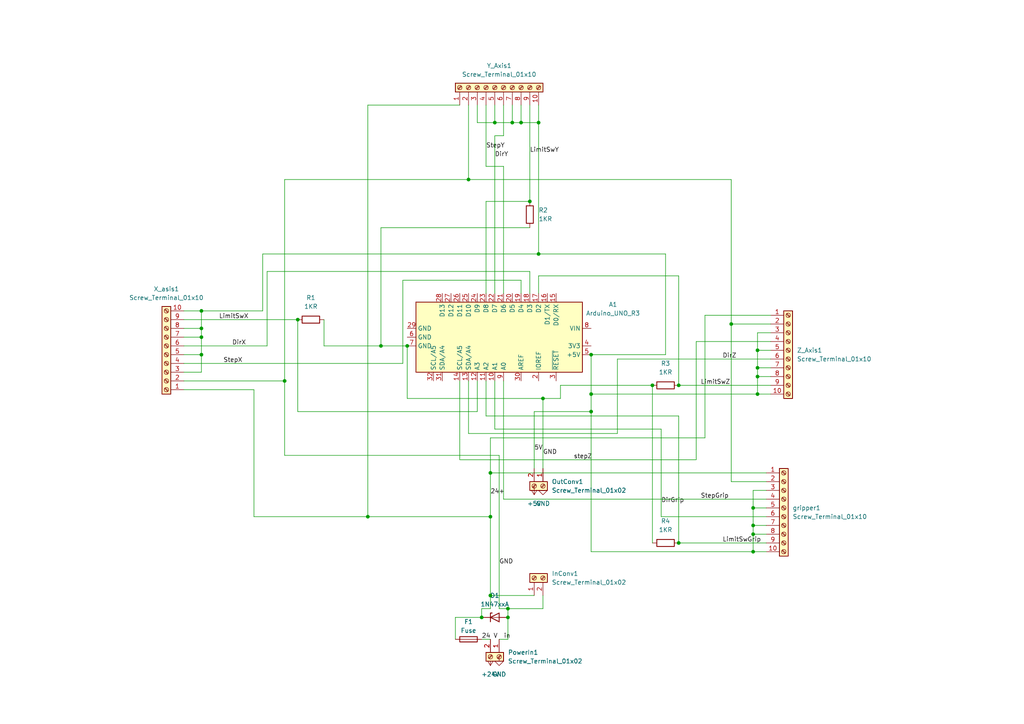
<source format=kicad_sch>
(kicad_sch (version 20230121) (generator eeschema)
  (paper "A4")
  (lib_symbols
    (symbol "Connector:Screw_Terminal_01x02" (pin_names (offset 1.016) hide)
      (property "Reference" "J" (at 0 2.54 0))
      (property "Value" "Screw_Terminal_01x02" (at 0 -5.08 0))
      (symbol "Screw_Terminal_01x02_1_1"
        (rectangle (start -1.27 1.27) (end 1.27 -3.81) (stroke (width 0.254)) (fill (type background)))
        (circle (center 0 -2.54) (radius 0.635) (stroke (width 0.1524)))
        (polyline (pts (xy -0.5334 -2.2098) (xy 0.3302 -3.048)) (stroke (width 0.1524)))
        (polyline (pts (xy -0.5334 0.3302) (xy 0.3302 -0.508)) (stroke (width 0.1524)))
        (polyline (pts (xy -0.3556 -2.032) (xy 0.508 -2.8702)) (stroke (width 0.1524)))
        (polyline (pts (xy -0.3556 0.508) (xy 0.508 -0.3302)) (stroke (width 0.1524)))
        (circle (center 0 0) (radius 0.635) (stroke (width 0.1524)))
        (pin passive line (at -5.08 0 0) (length 3.81) (name "Pin_1") (number "1"))
        (pin passive line (at -5.08 -2.54 0) (length 3.81) (name "Pin_2") (number "2"))
      )
    )
    (symbol "Connector:Screw_Terminal_01x10" (pin_names (offset 1.016) hide)
      (property "Reference" "J" (at 0 12.7 0))
      (property "Value" "Screw_Terminal_01x10" (at 0 -15.24 0))
      (symbol "Screw_Terminal_01x10_1_1"
        (rectangle (start -1.27 11.43) (end 1.27 -13.97) (stroke (width 0.254)) (fill (type background)))
        (circle (center 0 -12.7) (radius 0.635) (stroke (width 0.1524)))
        (circle (center 0 -10.16) (radius 0.635) (stroke (width 0.1524)))
        (circle (center 0 -7.62) (radius 0.635) (stroke (width 0.1524)))
        (circle (center 0 -5.08) (radius 0.635) (stroke (width 0.1524)))
        (circle (center 0 -2.54) (radius 0.635) (stroke (width 0.1524)))
        (polyline (pts (xy -0.5334 -12.3698) (xy 0.3302 -13.208)) (stroke (width 0.1524)))
        (polyline (pts (xy -0.5334 -9.8298) (xy 0.3302 -10.668)) (stroke (width 0.1524)))
        (polyline (pts (xy -0.5334 -7.2898) (xy 0.3302 -8.128)) (stroke (width 0.1524)))
        (polyline (pts (xy -0.5334 -4.7498) (xy 0.3302 -5.588)) (stroke (width 0.1524)))
        (polyline (pts (xy -0.5334 -2.2098) (xy 0.3302 -3.048)) (stroke (width 0.1524)))
        (polyline (pts (xy -0.5334 0.3302) (xy 0.3302 -0.508)) (stroke (width 0.1524)))
        (polyline (pts (xy -0.5334 2.8702) (xy 0.3302 2.032)) (stroke (width 0.1524)))
        (polyline (pts (xy -0.5334 5.4102) (xy 0.3302 4.572)) (stroke (width 0.1524)))
        (polyline (pts (xy -0.5334 7.9502) (xy 0.3302 7.112)) (stroke (width 0.1524)))
        (polyline (pts (xy -0.5334 10.4902) (xy 0.3302 9.652)) (stroke (width 0.1524)))
        (polyline (pts (xy -0.3556 -12.192) (xy 0.508 -13.0302)) (stroke (width 0.1524)))
        (polyline (pts (xy -0.3556 -9.652) (xy 0.508 -10.4902)) (stroke (width 0.1524)))
        (polyline (pts (xy -0.3556 -7.112) (xy 0.508 -7.9502)) (stroke (width 0.1524)))
        (polyline (pts (xy -0.3556 -4.572) (xy 0.508 -5.4102)) (stroke (width 0.1524)))
        (polyline (pts (xy -0.3556 -2.032) (xy 0.508 -2.8702)) (stroke (width 0.1524)))
        (polyline (pts (xy -0.3556 0.508) (xy 0.508 -0.3302)) (stroke (width 0.1524)))
        (polyline (pts (xy -0.3556 3.048) (xy 0.508 2.2098)) (stroke (width 0.1524)))
        (polyline (pts (xy -0.3556 5.588) (xy 0.508 4.7498)) (stroke (width 0.1524)))
        (polyline (pts (xy -0.3556 8.128) (xy 0.508 7.2898)) (stroke (width 0.1524)))
        (polyline (pts (xy -0.3556 10.668) (xy 0.508 9.8298)) (stroke (width 0.1524)))
        (circle (center 0 0) (radius 0.635) (stroke (width 0.1524)))
        (circle (center 0 2.54) (radius 0.635) (stroke (width 0.1524)))
        (circle (center 0 5.08) (radius 0.635) (stroke (width 0.1524)))
        (circle (center 0 7.62) (radius 0.635) (stroke (width 0.1524)))
        (circle (center 0 10.16) (radius 0.635) (stroke (width 0.1524)))
        (pin passive line (at -5.08 10.16 0) (length 3.81) (name "Pin_1") (number "1"))
        (pin passive line (at -5.08 -12.7 0) (length 3.81) (name "Pin_10") (number "10"))
        (pin passive line (at -5.08 7.62 0) (length 3.81) (name "Pin_2") (number "2"))
        (pin passive line (at -5.08 5.08 0) (length 3.81) (name "Pin_3") (number "3"))
        (pin passive line (at -5.08 2.54 0) (length 3.81) (name "Pin_4") (number "4"))
        (pin passive line (at -5.08 0 0) (length 3.81) (name "Pin_5") (number "5"))
        (pin passive line (at -5.08 -2.54 0) (length 3.81) (name "Pin_6") (number "6"))
        (pin passive line (at -5.08 -5.08 0) (length 3.81) (name "Pin_7") (number "7"))
        (pin passive line (at -5.08 -7.62 0) (length 3.81) (name "Pin_8") (number "8"))
        (pin passive line (at -5.08 -10.16 0) (length 3.81) (name "Pin_9") (number "9"))
      )
    )
    (symbol "Device:Fuse" (pin_numbers hide) (pin_names (offset 0))
      (property "Reference" "F" (at 2.032 0 90))
      (property "Value" "Fuse" (at -1.905 0 90))
      (symbol "Fuse_0_1"
        (rectangle (start -0.762 -2.54) (end 0.762 2.54) (stroke (width 0.254)))
        (polyline (pts (xy 0 2.54) (xy 0 -2.54)))
      )
      (symbol "Fuse_1_1"
        (pin passive line (at 0 3.81 270) (length 1.27) (name "~") (number "1"))
        (pin passive line (at 0 -3.81 90) (length 1.27) (name "~") (number "2"))
      )
    )
    (symbol "Device:R" (pin_numbers hide) (pin_names (offset 0))
      (property "Reference" "R" (at 2.032 0 90))
      (property "Value" "R" (at 0 0 90))
      (symbol "R_0_1"
        (rectangle (start -1.016 -2.54) (end 1.016 2.54) (stroke (width 0.254)))
      )
      (symbol "R_1_1"
        (pin passive line (at 0 3.81 270) (length 1.27) (name "~") (number "1"))
        (pin passive line (at 0 -3.81 90) (length 1.27) (name "~") (number "2"))
      )
    )
    (symbol "Diode:1N47xxA" (pin_numbers hide) (pin_names hide)
      (property "Reference" "D" (at 0 2.54 0))
      (property "Value" "1N47xxA" (at 0 -2.54 0))
      (symbol "1N47xxA_0_1"
        (polyline (pts (xy 1.27 0) (xy -1.27 0)))
        (polyline (pts (xy -1.27 -1.27) (xy -1.27 1.27) (xy -0.762 1.27)) (stroke (width 0.254)))
        (polyline (pts (xy 1.27 -1.27) (xy 1.27 1.27) (xy -1.27 0) (xy 1.27 -1.27)) (stroke (width 0.254)))
      )
      (symbol "1N47xxA_1_1"
        (pin passive line (at -3.81 0 0) (length 2.54) (name "K") (number "1"))
        (pin passive line (at 3.81 0 180) (length 2.54) (name "A") (number "2"))
      )
    )
    (symbol "MCU_Module:Arduino_UNO_R3"
      (property "Reference" "A" (at -10.16 23.495 0))
      (property "Value" "Arduino_UNO_R3" (at 5.08 -26.67 0))
      (symbol "Arduino_UNO_R3_0_1"
        (rectangle (start -10.16 22.86) (end 10.16 -25.4) (stroke (width 0.254)) (fill (type background)))
      )
      (symbol "Arduino_UNO_R3_1_1"
        (pin no_connect line (at -10.16 -20.32 0) (length 2.54) hide (name "NC") (number "1"))
        (pin bidirectional line (at 12.7 -2.54 180) (length 2.54) (name "A1") (number "10"))
        (pin bidirectional line (at 12.7 -5.08 180) (length 2.54) (name "A2") (number "11"))
        (pin bidirectional line (at 12.7 -7.62 180) (length 2.54) (name "A3") (number "12"))
        (pin bidirectional line (at 12.7 -10.16 180) (length 2.54) (name "SDA/A4") (number "13"))
        (pin bidirectional line (at 12.7 -12.7 180) (length 2.54) (name "SCL/A5") (number "14"))
        (pin bidirectional line (at -12.7 15.24 0) (length 2.54) (name "D0/RX") (number "15"))
        (pin bidirectional line (at -12.7 12.7 0) (length 2.54) (name "D1/TX") (number "16"))
        (pin bidirectional line (at -12.7 10.16 0) (length 2.54) (name "D2") (number "17"))
        (pin bidirectional line (at -12.7 7.62 0) (length 2.54) (name "D3") (number "18"))
        (pin bidirectional line (at -12.7 5.08 0) (length 2.54) (name "D4") (number "19"))
        (pin output line (at 12.7 10.16 180) (length 2.54) (name "IOREF") (number "2"))
        (pin bidirectional line (at -12.7 2.54 0) (length 2.54) (name "D5") (number "20"))
        (pin bidirectional line (at -12.7 0 0) (length 2.54) (name "D6") (number "21"))
        (pin bidirectional line (at -12.7 -2.54 0) (length 2.54) (name "D7") (number "22"))
        (pin bidirectional line (at -12.7 -5.08 0) (length 2.54) (name "D8") (number "23"))
        (pin bidirectional line (at -12.7 -7.62 0) (length 2.54) (name "D9") (number "24"))
        (pin bidirectional line (at -12.7 -10.16 0) (length 2.54) (name "D10") (number "25"))
        (pin bidirectional line (at -12.7 -12.7 0) (length 2.54) (name "D11") (number "26"))
        (pin bidirectional line (at -12.7 -15.24 0) (length 2.54) (name "D12") (number "27"))
        (pin bidirectional line (at -12.7 -17.78 0) (length 2.54) (name "D13") (number "28"))
        (pin power_in line (at -2.54 -27.94 90) (length 2.54) (name "GND") (number "29"))
        (pin input line (at 12.7 15.24 180) (length 2.54) (name "~{RESET}") (number "3"))
        (pin input line (at 12.7 5.08 180) (length 2.54) (name "AREF") (number "30"))
        (pin bidirectional line (at 12.7 -17.78 180) (length 2.54) (name "SDA/A4") (number "31"))
        (pin bidirectional line (at 12.7 -20.32 180) (length 2.54) (name "SCL/A5") (number "32"))
        (pin power_out line (at 2.54 25.4 270) (length 2.54) (name "3V3") (number "4"))
        (pin power_out line (at 5.08 25.4 270) (length 2.54) (name "+5V") (number "5"))
        (pin power_in line (at 0 -27.94 90) (length 2.54) (name "GND") (number "6"))
        (pin power_in line (at 2.54 -27.94 90) (length 2.54) (name "GND") (number "7"))
        (pin power_in line (at -2.54 25.4 270) (length 2.54) (name "VIN") (number "8"))
        (pin bidirectional line (at 12.7 0 180) (length 2.54) (name "A0") (number "9"))
      )
    )
    (symbol "power:+24V" (power) (pin_names (offset 0))
      (property "Value" "+24V" (at 0 3.556 0))
      (symbol "+24V_0_1"
        (polyline (pts (xy -0.762 1.27) (xy 0 2.54)))
        (polyline (pts (xy 0 0) (xy 0 2.54)))
        (polyline (pts (xy 0 2.54) (xy 0.762 1.27)))
      )
      (symbol "+24V_1_1"
        (pin power_in line (at 0 0 90) (length 0) hide (name "+24V") (number "1"))
      )
    )
    (symbol "power:+5V" (power) (pin_names (offset 0))
      (property "Value" "+5V" (at 0 3.556 0))
      (symbol "+5V_0_1"
        (polyline (pts (xy -0.762 1.27) (xy 0 2.54)))
        (polyline (pts (xy 0 0) (xy 0 2.54)))
        (polyline (pts (xy 0 2.54) (xy 0.762 1.27)))
      )
      (symbol "+5V_1_1"
        (pin power_in line (at 0 0 90) (length 0) hide (name "+5V") (number "1"))
      )
    )
    (symbol "power:GND" (power) (pin_names (offset 0))
      (property "Value" "GND" (at 0 -3.81 0))
      (symbol "GND_0_1"
        (polyline (pts (xy 0 0) (xy 0 -1.27) (xy 1.27 -1.27) (xy 0 -2.54) (xy -1.27 -1.27) (xy 0 -1.27)))
      )
      (symbol "GND_1_1"
        (pin power_in line (at 0 0 270) (length 0) hide (name "GND") (number "1"))
      )
    )
  )
  (junction (at 86.36 92.71))
  (junction (at 218.44 152.4))
  (junction (at 139.7 179.07))
  (junction (at 142.24 172.72))
  (junction (at 218.44 147.32))
  (junction (at 196.85 111.76))
  (junction (at 142.24 137.16))
  (junction (at 106.68 149.86))
  (junction (at 58.42 102.87))
  (junction (at 156.21 73.66))
  (junction (at 157.48 115.57))
  (junction (at 58.42 97.79))
  (junction (at 219.71 106.68))
  (junction (at 171.45 114.3))
  (junction (at 148.59 35.56))
  (junction (at 218.44 154.94))
  (junction (at 147.32 179.07))
  (junction (at 171.45 102.87))
  (junction (at 58.42 90.17))
  (junction (at 219.71 101.6))
  (junction (at 110.49 100.33))
  (junction (at 58.42 95.25))
  (junction (at 143.51 35.56))
  (junction (at 171.45 119.38))
  (junction (at 196.85 157.48))
  (junction (at 135.89 52.07))
  (junction (at 189.23 111.76))
  (junction (at 142.24 149.86))
  (junction (at 147.32 176.53))
  (junction (at 218.44 160.02))
  (junction (at 219.71 109.22))
  (junction (at 153.67 58.42))
  (junction (at 212.09 93.98))
  (junction (at 118.11 100.33))
  (junction (at 151.13 35.56))
  (junction (at 219.71 114.3))
  (junction (at 82.55 110.49))
  (junction (at 156.21 35.56))
  (wire (pts (xy 132.08 185.42) (xy 132.08 179.07)))
  (wire (pts (xy 193.04 102.87) (xy 171.45 102.87)))
  (wire (pts (xy 219.71 114.3) (xy 219.71 109.22)))
  (wire (pts (xy 201.93 99.06) (xy 201.93 133.35)))
  (wire (pts (xy 156.21 30.48) (xy 156.21 35.56)))
  (wire (pts (xy 143.51 39.37) (xy 146.05 39.37)))
  (wire (pts (xy 156.21 80.01) (xy 156.21 85.09)))
  (wire (pts (xy 218.44 154.94) (xy 218.44 152.4)))
  (wire (pts (xy 142.24 172.72) (xy 142.24 176.53)))
  (wire (pts (xy 77.47 78.74) (xy 77.47 100.33)))
  (wire (pts (xy 147.32 185.42) (xy 147.32 179.07)))
  (wire (pts (xy 201.93 99.06) (xy 223.52 99.06)))
  (wire (pts (xy 156.21 35.56) (xy 151.13 35.56)))
  (wire (pts (xy 218.44 152.4) (xy 222.25 152.4)))
  (wire (pts (xy 189.23 111.76) (xy 189.23 157.48)))
  (wire (pts (xy 142.24 172.72) (xy 154.94 172.72)))
  (wire (pts (xy 153.67 30.48) (xy 153.67 58.42)))
  (wire (pts (xy 143.51 35.56) (xy 143.51 30.48)))
  (wire (pts (xy 222.25 149.86) (xy 191.77 149.86)))
  (wire (pts (xy 146.05 85.09) (xy 146.05 48.26)))
  (wire (pts (xy 162.56 115.57) (xy 157.48 115.57)))
  (wire (pts (xy 53.34 113.03) (xy 73.66 113.03)))
  (wire (pts (xy 86.36 92.71) (xy 86.36 119.38)))
  (wire (pts (xy 116.84 81.28) (xy 151.13 81.28)))
  (wire (pts (xy 142.24 127) (xy 204.47 127)))
  (wire (pts (xy 218.44 142.24) (xy 222.25 142.24)))
  (wire (pts (xy 146.05 48.26) (xy 140.97 48.26)))
  (wire (pts (xy 157.48 115.57) (xy 118.11 115.57)))
  (wire (pts (xy 93.98 100.33) (xy 110.49 100.33)))
  (wire (pts (xy 204.47 91.44) (xy 223.52 91.44)))
  (wire (pts (xy 139.7 179.07) (xy 139.7 176.53)))
  (wire (pts (xy 139.7 176.53) (xy 142.24 176.53)))
  (wire (pts (xy 82.55 52.07) (xy 135.89 52.07)))
  (wire (pts (xy 58.42 107.95) (xy 58.42 102.87)))
  (wire (pts (xy 212.09 139.7) (xy 222.25 139.7)))
  (wire (pts (xy 143.51 124.46) (xy 143.51 110.49)))
  (wire (pts (xy 218.44 147.32) (xy 222.25 147.32)))
  (wire (pts (xy 73.66 113.03) (xy 73.66 149.86)))
  (wire (pts (xy 53.34 90.17) (xy 58.42 90.17)))
  (wire (pts (xy 162.56 111.76) (xy 162.56 115.57)))
  (wire (pts (xy 219.71 96.52) (xy 223.52 96.52)))
  (wire (pts (xy 142.24 149.86) (xy 142.24 172.72)))
  (wire (pts (xy 82.55 52.07) (xy 82.55 110.49)))
  (wire (pts (xy 201.93 133.35) (xy 133.35 133.35)))
  (wire (pts (xy 143.51 85.09) (xy 143.51 39.37)))
  (wire (pts (xy 106.68 30.48) (xy 133.35 30.48)))
  (wire (pts (xy 76.2 90.17) (xy 76.2 73.66)))
  (wire (pts (xy 153.67 58.42) (xy 140.97 58.42)))
  (wire (pts (xy 171.45 114.3) (xy 219.71 114.3)))
  (wire (pts (xy 196.85 80.01) (xy 156.21 80.01)))
  (wire (pts (xy 219.71 109.22) (xy 219.71 106.68)))
  (wire (pts (xy 196.85 157.48) (xy 196.85 120.65)))
  (wire (pts (xy 212.09 93.98) (xy 212.09 139.7)))
  (wire (pts (xy 135.89 125.73) (xy 135.89 110.49)))
  (wire (pts (xy 219.71 109.22) (xy 223.52 109.22)))
  (wire (pts (xy 196.85 120.65) (xy 140.97 120.65)))
  (wire (pts (xy 73.66 149.86) (xy 106.68 149.86)))
  (wire (pts (xy 139.7 185.42) (xy 142.24 185.42)))
  (wire (pts (xy 223.52 104.14) (xy 179.07 104.14)))
  (wire (pts (xy 135.89 52.07) (xy 135.89 30.48)))
  (wire (pts (xy 151.13 35.56) (xy 148.59 35.56)))
  (wire (pts (xy 179.07 125.73) (xy 135.89 125.73)))
  (wire (pts (xy 222.25 144.78) (xy 146.05 144.78)))
  (wire (pts (xy 53.34 107.95) (xy 58.42 107.95)))
  (wire (pts (xy 77.47 78.74) (xy 153.67 78.74)))
  (wire (pts (xy 219.71 114.3) (xy 223.52 114.3)))
  (wire (pts (xy 144.78 132.08) (xy 144.78 176.53)))
  (wire (pts (xy 148.59 30.48) (xy 148.59 35.56)))
  (wire (pts (xy 218.44 160.02) (xy 218.44 154.94)))
  (wire (pts (xy 144.78 132.08) (xy 82.55 132.08)))
  (wire (pts (xy 157.48 115.57) (xy 157.48 135.89)))
  (wire (pts (xy 193.04 73.66) (xy 193.04 102.87)))
  (wire (pts (xy 53.34 97.79) (xy 58.42 97.79)))
  (wire (pts (xy 189.23 111.76) (xy 162.56 111.76)))
  (wire (pts (xy 196.85 157.48) (xy 222.25 157.48)))
  (wire (pts (xy 191.77 124.46) (xy 143.51 124.46)))
  (wire (pts (xy 151.13 35.56) (xy 151.13 30.48)))
  (wire (pts (xy 218.44 154.94) (xy 222.25 154.94)))
  (wire (pts (xy 196.85 111.76) (xy 223.52 111.76)))
  (wire (pts (xy 58.42 95.25) (xy 53.34 95.25)))
  (wire (pts (xy 212.09 93.98) (xy 223.52 93.98)))
  (wire (pts (xy 58.42 90.17) (xy 58.42 95.25)))
  (wire (pts (xy 156.21 35.56) (xy 156.21 73.66)))
  (wire (pts (xy 142.24 127) (xy 142.24 137.16)))
  (wire (pts (xy 156.21 73.66) (xy 193.04 73.66)))
  (wire (pts (xy 171.45 102.87) (xy 171.45 114.3)))
  (wire (pts (xy 219.71 101.6) (xy 223.52 101.6)))
  (wire (pts (xy 143.51 35.56) (xy 138.43 35.56)))
  (wire (pts (xy 82.55 132.08) (xy 82.55 110.49)))
  (wire (pts (xy 171.45 160.02) (xy 218.44 160.02)))
  (wire (pts (xy 133.35 133.35) (xy 133.35 110.49)))
  (wire (pts (xy 179.07 104.14) (xy 179.07 125.73)))
  (wire (pts (xy 144.78 176.53) (xy 147.32 176.53)))
  (wire (pts (xy 171.45 119.38) (xy 171.45 160.02)))
  (wire (pts (xy 53.34 105.41) (xy 116.84 105.41)))
  (wire (pts (xy 58.42 102.87) (xy 58.42 97.79)))
  (wire (pts (xy 219.71 101.6) (xy 219.71 96.52)))
  (wire (pts (xy 218.44 160.02) (xy 222.25 160.02)))
  (wire (pts (xy 116.84 105.41) (xy 116.84 81.28)))
  (wire (pts (xy 110.49 66.04) (xy 110.49 100.33)))
  (wire (pts (xy 93.98 92.71) (xy 93.98 100.33)))
  (wire (pts (xy 219.71 106.68) (xy 219.71 101.6)))
  (wire (pts (xy 53.34 100.33) (xy 77.47 100.33)))
  (wire (pts (xy 142.24 149.86) (xy 106.68 149.86)))
  (wire (pts (xy 140.97 58.42) (xy 140.97 85.09)))
  (wire (pts (xy 147.32 176.53) (xy 157.48 176.53)))
  (wire (pts (xy 144.78 185.42) (xy 147.32 185.42)))
  (wire (pts (xy 154.94 119.38) (xy 154.94 135.89)))
  (wire (pts (xy 106.68 149.86) (xy 106.68 30.48)))
  (wire (pts (xy 142.24 137.16) (xy 222.25 137.16)))
  (wire (pts (xy 58.42 97.79) (xy 58.42 95.25)))
  (wire (pts (xy 219.71 106.68) (xy 223.52 106.68)))
  (wire (pts (xy 204.47 127) (xy 204.47 91.44)))
  (wire (pts (xy 171.45 114.3) (xy 171.45 119.38)))
  (wire (pts (xy 140.97 48.26) (xy 140.97 30.48)))
  (wire (pts (xy 76.2 73.66) (xy 156.21 73.66)))
  (wire (pts (xy 212.09 52.07) (xy 212.09 93.98)))
  (wire (pts (xy 53.34 92.71) (xy 86.36 92.71)))
  (wire (pts (xy 86.36 119.38) (xy 138.43 119.38)))
  (wire (pts (xy 146.05 144.78) (xy 146.05 110.49)))
  (wire (pts (xy 153.67 66.04) (xy 110.49 66.04)))
  (wire (pts (xy 53.34 102.87) (xy 58.42 102.87)))
  (wire (pts (xy 58.42 90.17) (xy 76.2 90.17)))
  (wire (pts (xy 151.13 81.28) (xy 151.13 85.09)))
  (wire (pts (xy 138.43 35.56) (xy 138.43 30.48)))
  (wire (pts (xy 138.43 119.38) (xy 138.43 110.49)))
  (wire (pts (xy 146.05 30.48) (xy 146.05 39.37)))
  (wire (pts (xy 157.48 172.72) (xy 157.48 176.53)))
  (wire (pts (xy 110.49 100.33) (xy 118.11 100.33)))
  (wire (pts (xy 218.44 147.32) (xy 218.44 142.24)))
  (wire (pts (xy 140.97 120.65) (xy 140.97 110.49)))
  (wire (pts (xy 218.44 152.4) (xy 218.44 147.32)))
  (wire (pts (xy 118.11 100.33) (xy 118.11 115.57)))
  (wire (pts (xy 147.32 179.07) (xy 147.32 176.53)))
  (wire (pts (xy 196.85 111.76) (xy 196.85 80.01)))
  (wire (pts (xy 132.08 179.07) (xy 139.7 179.07)))
  (wire (pts (xy 82.55 110.49) (xy 53.34 110.49)))
  (wire (pts (xy 148.59 35.56) (xy 143.51 35.56)))
  (wire (pts (xy 142.24 137.16) (xy 142.24 149.86)))
  (wire (pts (xy 135.89 52.07) (xy 212.09 52.07)))
  (wire (pts (xy 171.45 119.38) (xy 154.94 119.38)))
  (wire (pts (xy 153.67 85.09) (xy 153.67 78.74)))
  (wire (pts (xy 191.77 149.86) (xy 191.77 124.46)))
  (label "LimitSwX" (at 63.5 92.71 0))
  (label "GND" (at 144.78 163.83 0))
  (label "DirY" (at 143.51 45.72 0))
  (label "DirZ" (at 209.55 104.14 0))
  (label "StepX" (at 64.77 105.41 0))
  (label "GND" (at 157.48 132.08 0))
  (label "24+" (at 142.24 143.51 0))
  (label "DirX" (at 67.31 100.33 0))
  (label "LimitSwY" (at 153.67 44.45 0))
  (label "24 V  in" (at 139.7 185.42 0))
  (label "StepY" (at 140.97 43.18 0))
  (label "5V" (at 154.94 130.81 0))
  (label "DirGrip" (at 191.77 146.05 0))
  (label "stepZ" (at 166.37 133.35 0))
  (label "StepGrip" (at 203.2 144.78 0))
  (label "LimitSwGrip" (at 209.55 157.48 0))
  (label "LimitSwZ" (at 203.2 111.76 0))
  (symbol (lib_id "Device:R") (at 90.17 92.71 90) (unit 1)
    (property "Reference" "R1" (at 90.17 86.36 90))
    (property "Value" "1KR" (at 90.17 88.9 90))
    (property "Footprint" "Resistor_THT:R_Axial_DIN0309_L9.0mm_D3.2mm_P12.70mm_Horizontal" (effects hide))
  )
  (symbol (lib_id "Connector:Screw_Terminal_01x10") (at 48.26 102.87 180) (unit 1)
    (property "Reference" "X_asis1" (at 48.26 83.82 0))
    (property "Value" "Screw_Terminal_01x10" (at 48.26 86.36 0))
    (property "Footprint" "TerminalBlock_Phoenix:TerminalBlock_Phoenix_MKDS-1,5-10_1x10_P5.00mm_Horizontal" (effects hide))
  )
  (symbol (lib_id "power:+24V") (at 142.24 190.5 180) (unit 1)
    (property "Reference" "#PWR01" (effects hide))
    (property "Value" "+24V" (at 142.24 195.58 0))
  )
  (symbol (lib_id "Connector:Screw_Terminal_01x10") (at 227.33 147.32 0) (unit 1)
    (property "Reference" "gripper1" (at 229.87 147.32 0) (effects (justify left)))
    (property "Value" "Screw_Terminal_01x10" (at 229.87 149.86 0) (effects (justify left)))
    (property "Footprint" "TerminalBlock_Phoenix:TerminalBlock_Phoenix_MKDS-1,5-10_1x10_P5.00mm_Horizontal" (effects hide))
  )
  (symbol (lib_id "Connector:Screw_Terminal_01x10") (at 143.51 25.4 90) (unit 1)
    (property "Reference" "Y_Axis1" (at 144.78 19.05 90))
    (property "Value" "Screw_Terminal_01x10" (at 144.78 21.59 90))
    (property "Footprint" "TerminalBlock_Phoenix:TerminalBlock_Phoenix_MKDS-1,5-10_1x10_P5.00mm_Horizontal" (effects hide))
  )
  (symbol (lib_id "Device:R") (at 193.04 157.48 90) (unit 1)
    (property "Reference" "R4" (at 193.04 151.13 90))
    (property "Value" "1KR" (at 193.04 153.67 90))
    (property "Footprint" "Resistor_THT:R_Axial_DIN0309_L9.0mm_D3.2mm_P12.70mm_Horizontal" (effects hide))
  )
  (symbol (lib_id "power:GND") (at 157.48 140.97 0) (unit 1)
    (property "Reference" "#PWR04" (effects hide))
    (property "Value" "GND" (at 157.48 146.05 0))
  )
  (symbol (lib_id "MCU_Module:Arduino_UNO_R3") (at 146.05 97.79 270) (unit 1)
    (property "Reference" "A1" (at 177.8 88.3219 90))
    (property "Value" "Arduino_UNO_R3" (at 177.8 90.8619 90))
    (property "Footprint" "Module:Arduino_UNO_R3" (effects hide))
    (property "Datasheet" "https://www.arduino.cc/en/Main/arduinoBoardUno" (effects hide))
  )
  (symbol (lib_id "Connector:Screw_Terminal_01x02") (at 157.48 140.97 270) (unit 1)
    (property "Reference" "OutConv1" (at 160.02 139.7 90) (effects (justify left)))
    (property "Value" "Screw_Terminal_01x02" (at 160.02 142.24 90) (effects (justify left)))
    (property "Footprint" "TerminalBlock_Phoenix:TerminalBlock_Phoenix_MKDS-1,5-2_1x02_P5.00mm_Horizontal" (effects hide))
  )
  (symbol (lib_id "Diode:1N47xxA") (at 143.51 179.07 0) (unit 1)
    (property "Reference" "D1" (at 143.51 172.72 0))
    (property "Value" "1N47xxA" (at 143.51 175.26 0))
    (property "Footprint" "Diode_THT:D_DO-41_SOD81_P10.16mm_Horizontal" (effects hide))
    (property "Datasheet" "https://www.vishay.com/docs/85816/1n4728a.pdf" (effects hide))
  )
  (symbol (lib_id "Device:R") (at 153.67 62.23 0) (unit 1)
    (property "Reference" "R2" (at 156.21 60.96 0) (effects (justify left)))
    (property "Value" "1KR" (at 156.21 63.5 0) (effects (justify left)))
    (property "Footprint" "Resistor_THT:R_Axial_DIN0309_L9.0mm_D3.2mm_P12.70mm_Horizontal" (effects hide))
  )
  (symbol (lib_id "Connector:Screw_Terminal_01x10") (at 228.6 101.6 0) (unit 1)
    (property "Reference" "Z_Axis1" (at 231.14 101.6 0) (effects (justify left)))
    (property "Value" "Screw_Terminal_01x10" (at 231.14 104.14 0) (effects (justify left)))
    (property "Footprint" "TerminalBlock_Phoenix:TerminalBlock_Phoenix_MKDS-1,5-10_1x10_P5.00mm_Horizontal" (effects hide))
  )
  (symbol (lib_id "Device:R") (at 193.04 111.76 90) (unit 1)
    (property "Reference" "R3" (at 193.04 105.41 90))
    (property "Value" "1KR" (at 193.04 107.95 90))
    (property "Footprint" "Resistor_THT:R_Axial_DIN0309_L9.0mm_D3.2mm_P12.70mm_Horizontal" (effects hide))
  )
  (symbol (lib_id "Device:Fuse") (at 135.89 185.42 90) (unit 1)
    (property "Reference" "F1" (at 135.89 180.34 90))
    (property "Value" "Fuse" (at 135.89 182.88 90))
    (property "Footprint" "Fuse:Fuseholder_Clip-5x20mm_Bel_FC-203-22_Lateral_P17.80x5.00mm_D1.17mm_Horizontal" (effects hide))
  )
  (symbol (lib_id "Connector:Screw_Terminal_01x02") (at 144.78 190.5 270) (unit 1)
    (property "Reference" "PowerIn1" (at 147.32 189.23 90) (effects (justify left)))
    (property "Value" "Screw_Terminal_01x02" (at 147.32 191.77 90) (effects (justify left)))
    (property "Footprint" "TerminalBlock_Phoenix:TerminalBlock_Phoenix_MKDS-1,5-2_1x02_P5.00mm_Horizontal" (effects hide))
  )
  (symbol (lib_id "power:+5V") (at 154.94 140.97 180) (unit 1)
    (property "Reference" "#PWR03" (effects hide))
    (property "Value" "+5V" (at 154.94 146.05 0))
  )
  (symbol (lib_id "Connector:Screw_Terminal_01x02") (at 154.94 167.64 90) (unit 1)
    (property "Reference" "InConv1" (at 160.02 166.37 90) (effects (justify right)))
    (property "Value" "Screw_Terminal_01x02" (at 160.02 168.91 90) (effects (justify right)))
    (property "Footprint" "TerminalBlock_Phoenix:TerminalBlock_Phoenix_MKDS-1,5-2_1x02_P5.00mm_Horizontal" (effects hide))
  )
  (symbol (lib_id "power:GND") (at 144.78 190.5 0) (unit 1)
    (property "Reference" "#PWR02" (effects hide))
    (property "Value" "GND" (at 144.78 195.58 0))
  )
)
</source>
